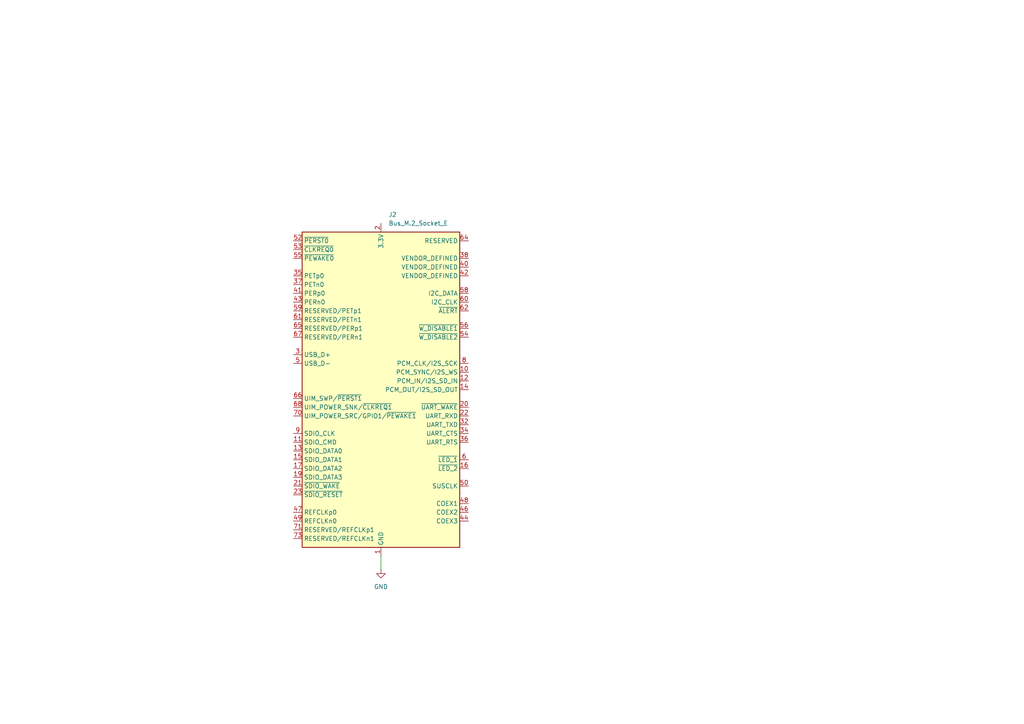
<source format=kicad_sch>
(kicad_sch
	(version 20231120)
	(generator "eeschema")
	(generator_version "8.0")
	(uuid "3e0368a4-351f-4498-aa24-5775c6f95a23")
	(paper "A4")
	(lib_symbols
		(symbol "Connector:Bus_M.2_Socket_E"
			(exclude_from_sim no)
			(in_bom yes)
			(on_board yes)
			(property "Reference" "J"
				(at -22.86 46.99 0)
				(effects
					(font
						(size 1.27 1.27)
					)
					(justify left)
				)
			)
			(property "Value" "Bus_M.2_Socket_E"
				(at 16.51 46.99 0)
				(effects
					(font
						(size 1.27 1.27)
					)
				)
			)
			(property "Footprint" ""
				(at 0 26.67 0)
				(effects
					(font
						(size 1.27 1.27)
					)
					(hide yes)
				)
			)
			(property "Datasheet" "https://web.archive.org/web/20200613074028/http://read.pudn.com/downloads794/doc/project/3133918/PCIe_M.2_Electromechanical_Spec_Rev1.0_Final_11012013_RS_Clean.pdf#page=150"
				(at 0 12.7 0)
				(effects
					(font
						(size 1.27 1.27)
					)
					(hide yes)
				)
			)
			(property "Description" "M.2 Socket 1-SD Mechanical Key E"
				(at 0 0 0)
				(effects
					(font
						(size 1.27 1.27)
					)
					(hide yes)
				)
			)
			(property "ki_keywords" "M2 NGNF PCI-E"
				(at 0 0 0)
				(effects
					(font
						(size 1.27 1.27)
					)
					(hide yes)
				)
			)
			(property "ki_fp_filters" "*M*2*E*"
				(at 0 0 0)
				(effects
					(font
						(size 1.27 1.27)
					)
					(hide yes)
				)
			)
			(symbol "Bus_M.2_Socket_E_0_1"
				(rectangle
					(start -22.86 45.72)
					(end 22.86 -45.72)
					(stroke
						(width 0.254)
						(type default)
					)
					(fill
						(type background)
					)
				)
			)
			(symbol "Bus_M.2_Socket_E_1_1"
				(pin power_in line
					(at 0 -48.26 90)
					(length 2.54)
					(name "GND"
						(effects
							(font
								(size 1.27 1.27)
							)
						)
					)
					(number "1"
						(effects
							(font
								(size 1.27 1.27)
							)
						)
					)
				)
				(pin bidirectional line
					(at 25.4 5.08 180)
					(length 2.54)
					(name "PCM_SYNC/I2S_WS"
						(effects
							(font
								(size 1.27 1.27)
							)
						)
					)
					(number "10"
						(effects
							(font
								(size 1.27 1.27)
							)
						)
					)
				)
				(pin bidirectional line
					(at -25.4 -15.24 0)
					(length 2.54)
					(name "SDIO_CMD"
						(effects
							(font
								(size 1.27 1.27)
							)
						)
					)
					(number "11"
						(effects
							(font
								(size 1.27 1.27)
							)
						)
					)
				)
				(pin input line
					(at 25.4 2.54 180)
					(length 2.54)
					(name "PCM_IN/I2S_SD_IN"
						(effects
							(font
								(size 1.27 1.27)
							)
						)
					)
					(number "12"
						(effects
							(font
								(size 1.27 1.27)
							)
						)
					)
				)
				(pin bidirectional line
					(at -25.4 -17.78 0)
					(length 2.54)
					(name "SDIO_DATA0"
						(effects
							(font
								(size 1.27 1.27)
							)
						)
					)
					(number "13"
						(effects
							(font
								(size 1.27 1.27)
							)
						)
					)
				)
				(pin output line
					(at 25.4 0 180)
					(length 2.54)
					(name "PCM_OUT/I2S_SD_OUT"
						(effects
							(font
								(size 1.27 1.27)
							)
						)
					)
					(number "14"
						(effects
							(font
								(size 1.27 1.27)
							)
						)
					)
				)
				(pin bidirectional line
					(at -25.4 -20.32 0)
					(length 2.54)
					(name "SDIO_DATA1"
						(effects
							(font
								(size 1.27 1.27)
							)
						)
					)
					(number "15"
						(effects
							(font
								(size 1.27 1.27)
							)
						)
					)
				)
				(pin open_collector line
					(at 25.4 -22.86 180)
					(length 2.54)
					(name "~{LED_2}"
						(effects
							(font
								(size 1.27 1.27)
							)
						)
					)
					(number "16"
						(effects
							(font
								(size 1.27 1.27)
							)
						)
					)
				)
				(pin bidirectional line
					(at -25.4 -22.86 0)
					(length 2.54)
					(name "SDIO_DATA2"
						(effects
							(font
								(size 1.27 1.27)
							)
						)
					)
					(number "17"
						(effects
							(font
								(size 1.27 1.27)
							)
						)
					)
				)
				(pin passive line
					(at 0 -48.26 90)
					(length 2.54) hide
					(name "GND"
						(effects
							(font
								(size 1.27 1.27)
							)
						)
					)
					(number "18"
						(effects
							(font
								(size 1.27 1.27)
							)
						)
					)
				)
				(pin bidirectional line
					(at -25.4 -25.4 0)
					(length 2.54)
					(name "SDIO_DATA3"
						(effects
							(font
								(size 1.27 1.27)
							)
						)
					)
					(number "19"
						(effects
							(font
								(size 1.27 1.27)
							)
						)
					)
				)
				(pin power_in line
					(at 0 48.26 270)
					(length 2.54)
					(name "3.3V"
						(effects
							(font
								(size 1.27 1.27)
							)
						)
					)
					(number "2"
						(effects
							(font
								(size 1.27 1.27)
							)
						)
					)
				)
				(pin input line
					(at 25.4 -5.08 180)
					(length 2.54)
					(name "~{UART_WAKE}"
						(effects
							(font
								(size 1.27 1.27)
							)
						)
					)
					(number "20"
						(effects
							(font
								(size 1.27 1.27)
							)
						)
					)
				)
				(pin input line
					(at -25.4 -27.94 0)
					(length 2.54)
					(name "~{SDIO_WAKE}"
						(effects
							(font
								(size 1.27 1.27)
							)
						)
					)
					(number "21"
						(effects
							(font
								(size 1.27 1.27)
							)
						)
					)
				)
				(pin input line
					(at 25.4 -7.62 180)
					(length 2.54)
					(name "UART_RXD"
						(effects
							(font
								(size 1.27 1.27)
							)
						)
					)
					(number "22"
						(effects
							(font
								(size 1.27 1.27)
							)
						)
					)
				)
				(pin output line
					(at -25.4 -30.48 0)
					(length 2.54)
					(name "~{SDIO_RESET}"
						(effects
							(font
								(size 1.27 1.27)
							)
						)
					)
					(number "23"
						(effects
							(font
								(size 1.27 1.27)
							)
						)
					)
				)
				(pin bidirectional line
					(at -25.4 10.16 0)
					(length 2.54)
					(name "USB_D+"
						(effects
							(font
								(size 1.27 1.27)
							)
						)
					)
					(number "3"
						(effects
							(font
								(size 1.27 1.27)
							)
						)
					)
				)
				(pin output line
					(at 25.4 -10.16 180)
					(length 2.54)
					(name "UART_TXD"
						(effects
							(font
								(size 1.27 1.27)
							)
						)
					)
					(number "32"
						(effects
							(font
								(size 1.27 1.27)
							)
						)
					)
				)
				(pin passive line
					(at 0 -48.26 90)
					(length 2.54) hide
					(name "GND"
						(effects
							(font
								(size 1.27 1.27)
							)
						)
					)
					(number "33"
						(effects
							(font
								(size 1.27 1.27)
							)
						)
					)
				)
				(pin input line
					(at 25.4 -12.7 180)
					(length 2.54)
					(name "UART_CTS"
						(effects
							(font
								(size 1.27 1.27)
							)
						)
					)
					(number "34"
						(effects
							(font
								(size 1.27 1.27)
							)
						)
					)
				)
				(pin output line
					(at -25.4 33.02 0)
					(length 2.54)
					(name "PETp0"
						(effects
							(font
								(size 1.27 1.27)
							)
						)
					)
					(number "35"
						(effects
							(font
								(size 1.27 1.27)
							)
						)
					)
				)
				(pin output line
					(at 25.4 -15.24 180)
					(length 2.54)
					(name "UART_RTS"
						(effects
							(font
								(size 1.27 1.27)
							)
						)
					)
					(number "36"
						(effects
							(font
								(size 1.27 1.27)
							)
						)
					)
				)
				(pin output line
					(at -25.4 30.48 0)
					(length 2.54)
					(name "PETn0"
						(effects
							(font
								(size 1.27 1.27)
							)
						)
					)
					(number "37"
						(effects
							(font
								(size 1.27 1.27)
							)
						)
					)
				)
				(pin passive line
					(at 25.4 38.1 180)
					(length 2.54)
					(name "VENDOR_DEFINED"
						(effects
							(font
								(size 1.27 1.27)
							)
						)
					)
					(number "38"
						(effects
							(font
								(size 1.27 1.27)
							)
						)
					)
				)
				(pin passive line
					(at 0 -48.26 90)
					(length 2.54) hide
					(name "GND"
						(effects
							(font
								(size 1.27 1.27)
							)
						)
					)
					(number "39"
						(effects
							(font
								(size 1.27 1.27)
							)
						)
					)
				)
				(pin passive line
					(at 0 48.26 270)
					(length 2.54) hide
					(name "3.3V"
						(effects
							(font
								(size 1.27 1.27)
							)
						)
					)
					(number "4"
						(effects
							(font
								(size 1.27 1.27)
							)
						)
					)
				)
				(pin passive line
					(at 25.4 35.56 180)
					(length 2.54)
					(name "VENDOR_DEFINED"
						(effects
							(font
								(size 1.27 1.27)
							)
						)
					)
					(number "40"
						(effects
							(font
								(size 1.27 1.27)
							)
						)
					)
				)
				(pin input line
					(at -25.4 27.94 0)
					(length 2.54)
					(name "PERp0"
						(effects
							(font
								(size 1.27 1.27)
							)
						)
					)
					(number "41"
						(effects
							(font
								(size 1.27 1.27)
							)
						)
					)
				)
				(pin passive line
					(at 25.4 33.02 180)
					(length 2.54)
					(name "VENDOR_DEFINED"
						(effects
							(font
								(size 1.27 1.27)
							)
						)
					)
					(number "42"
						(effects
							(font
								(size 1.27 1.27)
							)
						)
					)
				)
				(pin input line
					(at -25.4 25.4 0)
					(length 2.54)
					(name "PERn0"
						(effects
							(font
								(size 1.27 1.27)
							)
						)
					)
					(number "43"
						(effects
							(font
								(size 1.27 1.27)
							)
						)
					)
				)
				(pin bidirectional line
					(at 25.4 -38.1 180)
					(length 2.54)
					(name "COEX3"
						(effects
							(font
								(size 1.27 1.27)
							)
						)
					)
					(number "44"
						(effects
							(font
								(size 1.27 1.27)
							)
						)
					)
				)
				(pin passive line
					(at 0 -48.26 90)
					(length 2.54) hide
					(name "GND"
						(effects
							(font
								(size 1.27 1.27)
							)
						)
					)
					(number "45"
						(effects
							(font
								(size 1.27 1.27)
							)
						)
					)
				)
				(pin bidirectional line
					(at 25.4 -35.56 180)
					(length 2.54)
					(name "COEX2"
						(effects
							(font
								(size 1.27 1.27)
							)
						)
					)
					(number "46"
						(effects
							(font
								(size 1.27 1.27)
							)
						)
					)
				)
				(pin output line
					(at -25.4 -35.56 0)
					(length 2.54)
					(name "REFCLKp0"
						(effects
							(font
								(size 1.27 1.27)
							)
						)
					)
					(number "47"
						(effects
							(font
								(size 1.27 1.27)
							)
						)
					)
				)
				(pin bidirectional line
					(at 25.4 -33.02 180)
					(length 2.54)
					(name "COEX1"
						(effects
							(font
								(size 1.27 1.27)
							)
						)
					)
					(number "48"
						(effects
							(font
								(size 1.27 1.27)
							)
						)
					)
				)
				(pin output line
					(at -25.4 -38.1 0)
					(length 2.54)
					(name "REFCLKn0"
						(effects
							(font
								(size 1.27 1.27)
							)
						)
					)
					(number "49"
						(effects
							(font
								(size 1.27 1.27)
							)
						)
					)
				)
				(pin bidirectional line
					(at -25.4 7.62 0)
					(length 2.54)
					(name "USB_D-"
						(effects
							(font
								(size 1.27 1.27)
							)
						)
					)
					(number "5"
						(effects
							(font
								(size 1.27 1.27)
							)
						)
					)
				)
				(pin output line
					(at 25.4 -27.94 180)
					(length 2.54)
					(name "SUSCLK"
						(effects
							(font
								(size 1.27 1.27)
							)
						)
					)
					(number "50"
						(effects
							(font
								(size 1.27 1.27)
							)
						)
					)
				)
				(pin passive line
					(at 0 -48.26 90)
					(length 2.54) hide
					(name "GND"
						(effects
							(font
								(size 1.27 1.27)
							)
						)
					)
					(number "51"
						(effects
							(font
								(size 1.27 1.27)
							)
						)
					)
				)
				(pin output line
					(at -25.4 43.18 0)
					(length 2.54)
					(name "~{PERST0}"
						(effects
							(font
								(size 1.27 1.27)
							)
						)
					)
					(number "52"
						(effects
							(font
								(size 1.27 1.27)
							)
						)
					)
				)
				(pin bidirectional line
					(at -25.4 40.64 0)
					(length 2.54)
					(name "~{CLKREQ0}"
						(effects
							(font
								(size 1.27 1.27)
							)
						)
					)
					(number "53"
						(effects
							(font
								(size 1.27 1.27)
							)
						)
					)
				)
				(pin output line
					(at 25.4 15.24 180)
					(length 2.54)
					(name "~{W_DISABLE2}"
						(effects
							(font
								(size 1.27 1.27)
							)
						)
					)
					(number "54"
						(effects
							(font
								(size 1.27 1.27)
							)
						)
					)
				)
				(pin bidirectional line
					(at -25.4 38.1 0)
					(length 2.54)
					(name "~{PEWAKE0}"
						(effects
							(font
								(size 1.27 1.27)
							)
						)
					)
					(number "55"
						(effects
							(font
								(size 1.27 1.27)
							)
						)
					)
				)
				(pin output line
					(at 25.4 17.78 180)
					(length 2.54)
					(name "~{W_DISABLE1}"
						(effects
							(font
								(size 1.27 1.27)
							)
						)
					)
					(number "56"
						(effects
							(font
								(size 1.27 1.27)
							)
						)
					)
				)
				(pin passive line
					(at 0 -48.26 90)
					(length 2.54) hide
					(name "GND"
						(effects
							(font
								(size 1.27 1.27)
							)
						)
					)
					(number "57"
						(effects
							(font
								(size 1.27 1.27)
							)
						)
					)
				)
				(pin bidirectional line
					(at 25.4 27.94 180)
					(length 2.54)
					(name "I2C_DATA"
						(effects
							(font
								(size 1.27 1.27)
							)
						)
					)
					(number "58"
						(effects
							(font
								(size 1.27 1.27)
							)
						)
					)
				)
				(pin output line
					(at -25.4 22.86 0)
					(length 2.54)
					(name "RESERVED/PETp1"
						(effects
							(font
								(size 1.27 1.27)
							)
						)
					)
					(number "59"
						(effects
							(font
								(size 1.27 1.27)
							)
						)
					)
				)
				(pin open_collector line
					(at 25.4 -20.32 180)
					(length 2.54)
					(name "~{LED_1}"
						(effects
							(font
								(size 1.27 1.27)
							)
						)
					)
					(number "6"
						(effects
							(font
								(size 1.27 1.27)
							)
						)
					)
				)
				(pin output line
					(at 25.4 25.4 180)
					(length 2.54)
					(name "I2C_CLK"
						(effects
							(font
								(size 1.27 1.27)
							)
						)
					)
					(number "60"
						(effects
							(font
								(size 1.27 1.27)
							)
						)
					)
				)
				(pin output line
					(at -25.4 20.32 0)
					(length 2.54)
					(name "RESERVED/PETn1"
						(effects
							(font
								(size 1.27 1.27)
							)
						)
					)
					(number "61"
						(effects
							(font
								(size 1.27 1.27)
							)
						)
					)
				)
				(pin input line
					(at 25.4 22.86 180)
					(length 2.54)
					(name "~{ALERT}"
						(effects
							(font
								(size 1.27 1.27)
							)
						)
					)
					(number "62"
						(effects
							(font
								(size 1.27 1.27)
							)
						)
					)
				)
				(pin passive line
					(at 0 -48.26 90)
					(length 2.54) hide
					(name "GND"
						(effects
							(font
								(size 1.27 1.27)
							)
						)
					)
					(number "63"
						(effects
							(font
								(size 1.27 1.27)
							)
						)
					)
				)
				(pin passive line
					(at 25.4 43.18 180)
					(length 2.54)
					(name "RESERVED"
						(effects
							(font
								(size 1.27 1.27)
							)
						)
					)
					(number "64"
						(effects
							(font
								(size 1.27 1.27)
							)
						)
					)
				)
				(pin input line
					(at -25.4 17.78 0)
					(length 2.54)
					(name "RESERVED/PERp1"
						(effects
							(font
								(size 1.27 1.27)
							)
						)
					)
					(number "65"
						(effects
							(font
								(size 1.27 1.27)
							)
						)
					)
				)
				(pin output line
					(at -25.4 -2.54 0)
					(length 2.54)
					(name "UIM_SWP/~{PERST1}"
						(effects
							(font
								(size 1.27 1.27)
							)
						)
					)
					(number "66"
						(effects
							(font
								(size 1.27 1.27)
							)
						)
					)
				)
				(pin input line
					(at -25.4 15.24 0)
					(length 2.54)
					(name "RESERVED/PERn1"
						(effects
							(font
								(size 1.27 1.27)
							)
						)
					)
					(number "67"
						(effects
							(font
								(size 1.27 1.27)
							)
						)
					)
				)
				(pin bidirectional line
					(at -25.4 -5.08 0)
					(length 2.54)
					(name "UIM_POWER_SNK/~{CLKREQ1}"
						(effects
							(font
								(size 1.27 1.27)
							)
						)
					)
					(number "68"
						(effects
							(font
								(size 1.27 1.27)
							)
						)
					)
				)
				(pin passive line
					(at 0 -48.26 90)
					(length 2.54) hide
					(name "GND"
						(effects
							(font
								(size 1.27 1.27)
							)
						)
					)
					(number "69"
						(effects
							(font
								(size 1.27 1.27)
							)
						)
					)
				)
				(pin passive line
					(at 0 -48.26 90)
					(length 2.54) hide
					(name "GND"
						(effects
							(font
								(size 1.27 1.27)
							)
						)
					)
					(number "7"
						(effects
							(font
								(size 1.27 1.27)
							)
						)
					)
				)
				(pin bidirectional line
					(at -25.4 -7.62 0)
					(length 2.54)
					(name "UIM_POWER_SRC/GPIO1/~{PEWAKE1}"
						(effects
							(font
								(size 1.27 1.27)
							)
						)
					)
					(number "70"
						(effects
							(font
								(size 1.27 1.27)
							)
						)
					)
				)
				(pin output line
					(at -25.4 -40.64 0)
					(length 2.54)
					(name "RESERVED/REFCLKp1"
						(effects
							(font
								(size 1.27 1.27)
							)
						)
					)
					(number "71"
						(effects
							(font
								(size 1.27 1.27)
							)
						)
					)
				)
				(pin passive line
					(at 0 48.26 270)
					(length 2.54) hide
					(name "3.3V"
						(effects
							(font
								(size 1.27 1.27)
							)
						)
					)
					(number "72"
						(effects
							(font
								(size 1.27 1.27)
							)
						)
					)
				)
				(pin output line
					(at -25.4 -43.18 0)
					(length 2.54)
					(name "RESERVED/REFCLKn1"
						(effects
							(font
								(size 1.27 1.27)
							)
						)
					)
					(number "73"
						(effects
							(font
								(size 1.27 1.27)
							)
						)
					)
				)
				(pin passive line
					(at 0 48.26 270)
					(length 2.54) hide
					(name "3.3V"
						(effects
							(font
								(size 1.27 1.27)
							)
						)
					)
					(number "74"
						(effects
							(font
								(size 1.27 1.27)
							)
						)
					)
				)
				(pin passive line
					(at 0 -48.26 90)
					(length 2.54) hide
					(name "GND"
						(effects
							(font
								(size 1.27 1.27)
							)
						)
					)
					(number "75"
						(effects
							(font
								(size 1.27 1.27)
							)
						)
					)
				)
				(pin bidirectional line
					(at 25.4 7.62 180)
					(length 2.54)
					(name "PCM_CLK/I2S_SCK"
						(effects
							(font
								(size 1.27 1.27)
							)
						)
					)
					(number "8"
						(effects
							(font
								(size 1.27 1.27)
							)
						)
					)
				)
				(pin output line
					(at -25.4 -12.7 0)
					(length 2.54)
					(name "SDIO_CLK"
						(effects
							(font
								(size 1.27 1.27)
							)
						)
					)
					(number "9"
						(effects
							(font
								(size 1.27 1.27)
							)
						)
					)
				)
			)
		)
		(symbol "power:GND"
			(power)
			(pin_numbers hide)
			(pin_names
				(offset 0) hide)
			(exclude_from_sim no)
			(in_bom yes)
			(on_board yes)
			(property "Reference" "#PWR"
				(at 0 -6.35 0)
				(effects
					(font
						(size 1.27 1.27)
					)
					(hide yes)
				)
			)
			(property "Value" "GND"
				(at 0 -3.81 0)
				(effects
					(font
						(size 1.27 1.27)
					)
				)
			)
			(property "Footprint" ""
				(at 0 0 0)
				(effects
					(font
						(size 1.27 1.27)
					)
					(hide yes)
				)
			)
			(property "Datasheet" ""
				(at 0 0 0)
				(effects
					(font
						(size 1.27 1.27)
					)
					(hide yes)
				)
			)
			(property "Description" "Power symbol creates a global label with name \"GND\" , ground"
				(at 0 0 0)
				(effects
					(font
						(size 1.27 1.27)
					)
					(hide yes)
				)
			)
			(property "ki_keywords" "global power"
				(at 0 0 0)
				(effects
					(font
						(size 1.27 1.27)
					)
					(hide yes)
				)
			)
			(symbol "GND_0_1"
				(polyline
					(pts
						(xy 0 0) (xy 0 -1.27) (xy 1.27 -1.27) (xy 0 -2.54) (xy -1.27 -1.27) (xy 0 -1.27)
					)
					(stroke
						(width 0)
						(type default)
					)
					(fill
						(type none)
					)
				)
			)
			(symbol "GND_1_1"
				(pin power_in line
					(at 0 0 270)
					(length 0)
					(name "~"
						(effects
							(font
								(size 1.27 1.27)
							)
						)
					)
					(number "1"
						(effects
							(font
								(size 1.27 1.27)
							)
						)
					)
				)
			)
		)
	)
	(wire
		(pts
			(xy 110.49 161.29) (xy 110.49 165.1)
		)
		(stroke
			(width 0)
			(type default)
		)
		(uuid "6414a3a4-7ef3-482a-8b9e-e80ad77d5943")
	)
	(symbol
		(lib_id "power:GND")
		(at 110.49 165.1 0)
		(unit 1)
		(exclude_from_sim no)
		(in_bom yes)
		(on_board yes)
		(dnp no)
		(fields_autoplaced yes)
		(uuid "17e9b2ce-5254-427c-b46a-6550da731365")
		(property "Reference" "#PWR03"
			(at 110.49 171.45 0)
			(effects
				(font
					(size 1.27 1.27)
				)
				(hide yes)
			)
		)
		(property "Value" "GND"
			(at 110.49 170.18 0)
			(effects
				(font
					(size 1.27 1.27)
				)
			)
		)
		(property "Footprint" ""
			(at 110.49 165.1 0)
			(effects
				(font
					(size 1.27 1.27)
				)
				(hide yes)
			)
		)
		(property "Datasheet" ""
			(at 110.49 165.1 0)
			(effects
				(font
					(size 1.27 1.27)
				)
				(hide yes)
			)
		)
		(property "Description" "Power symbol creates a global label with name \"GND\" , ground"
			(at 110.49 165.1 0)
			(effects
				(font
					(size 1.27 1.27)
				)
				(hide yes)
			)
		)
		(pin "1"
			(uuid "a35ecf05-dfb3-41b4-9700-9adfb775fdd7")
		)
		(instances
			(project ""
				(path "/1f1d514b-67fa-4200-8a91-3df4fa362116/f72ae011-b6fe-471b-aff8-6fec1b1b0cbf"
					(reference "#PWR03")
					(unit 1)
				)
			)
		)
	)
	(symbol
		(lib_id "Connector:Bus_M.2_Socket_E")
		(at 110.49 113.03 0)
		(unit 1)
		(exclude_from_sim no)
		(in_bom yes)
		(on_board yes)
		(dnp no)
		(fields_autoplaced yes)
		(uuid "37dfa5a3-5065-4345-9da2-0d49a8c3518d")
		(property "Reference" "J2"
			(at 112.6841 62.23 0)
			(effects
				(font
					(size 1.27 1.27)
				)
				(justify left)
			)
		)
		(property "Value" "Bus_M.2_Socket_E"
			(at 112.6841 64.77 0)
			(effects
				(font
					(size 1.27 1.27)
				)
				(justify left)
			)
		)
		(property "Footprint" ""
			(at 110.49 86.36 0)
			(effects
				(font
					(size 1.27 1.27)
				)
				(hide yes)
			)
		)
		(property "Datasheet" "https://web.archive.org/web/20200613074028/http://read.pudn.com/downloads794/doc/project/3133918/PCIe_M.2_Electromechanical_Spec_Rev1.0_Final_11012013_RS_Clean.pdf#page=150"
			(at 110.49 100.33 0)
			(effects
				(font
					(size 1.27 1.27)
				)
				(hide yes)
			)
		)
		(property "Description" "M.2 Socket 1-SD Mechanical Key E"
			(at 110.49 113.03 0)
			(effects
				(font
					(size 1.27 1.27)
				)
				(hide yes)
			)
		)
		(pin "32"
			(uuid "b5f599b0-a268-4675-8244-08bfac5772b0")
		)
		(pin "48"
			(uuid "aa67fd66-f8db-4080-915c-48f7d5294926")
		)
		(pin "51"
			(uuid "af9ec9ab-6cc4-4694-8050-da47d37ecd62")
		)
		(pin "5"
			(uuid "4fd733ae-a3f7-406f-b520-8f1acf5a41f1")
		)
		(pin "36"
			(uuid "ea6a1c6f-22f3-4498-b8ca-5e75f18bedb3")
		)
		(pin "43"
			(uuid "6028f76e-b201-42f3-849d-0888a8d9151c")
		)
		(pin "55"
			(uuid "652d7015-8d2d-4064-8880-6790180ba9b7")
		)
		(pin "6"
			(uuid "4128ff29-d4c9-459c-bebf-d57d7fc3a0c9")
		)
		(pin "61"
			(uuid "449b6834-63b7-4929-bf29-2d238596d3dd")
		)
		(pin "64"
			(uuid "fd827971-3b33-445c-b49c-9406cc6d52a5")
		)
		(pin "66"
			(uuid "7ba23abc-07db-4c74-a59a-1de2c3704418")
		)
		(pin "68"
			(uuid "e7fe33ad-9ee1-43da-989c-d858238a6eda")
		)
		(pin "3"
			(uuid "89fdf23a-ba6f-4cc6-a638-2850b83688e2")
		)
		(pin "58"
			(uuid "27a405de-fcd2-4a50-9c13-6480c943a0cf")
		)
		(pin "33"
			(uuid "5e18b579-2b60-4964-98c2-99b0d82ca106")
		)
		(pin "62"
			(uuid "99025e21-3ca9-45e5-b135-17fd0fa422cf")
		)
		(pin "73"
			(uuid "2807398b-771c-425f-b0b8-ca1bd713a654")
		)
		(pin "18"
			(uuid "8b2dc259-2940-4432-8d85-8e89d527997a")
		)
		(pin "41"
			(uuid "a6f548b1-eea9-4362-8767-7cb7eda4b130")
		)
		(pin "15"
			(uuid "c42a9366-4dfe-42ec-8958-2527f6a01c89")
		)
		(pin "44"
			(uuid "caba3869-0a30-4aa7-a7c2-f927a55d1e42")
		)
		(pin "16"
			(uuid "592f2c40-c6e8-428c-a123-cc91fea99e65")
		)
		(pin "12"
			(uuid "39dc9e60-ab6f-4922-8e55-4e3d839c3b61")
		)
		(pin "21"
			(uuid "1dc3fb25-95a5-48e0-9f3a-deb2d21cc1eb")
		)
		(pin "39"
			(uuid "7d0cdfb5-349f-4f77-8720-8dd2a0759b1b")
		)
		(pin "14"
			(uuid "262f7fcf-4b61-4c4f-8851-9c66c7d4fe2d")
		)
		(pin "22"
			(uuid "a0d649bc-502a-4692-bffe-1e84bec8e667")
		)
		(pin "19"
			(uuid "a2ea000a-15e4-486b-81d7-6c4a580fc95c")
		)
		(pin "37"
			(uuid "45c9ca85-7e5b-4175-b34a-6f8283585f8e")
		)
		(pin "4"
			(uuid "42615aa9-e10a-4a16-8126-d7356e5c6487")
		)
		(pin "40"
			(uuid "a2afe1b2-592f-4271-805a-a252c2705a16")
		)
		(pin "38"
			(uuid "54152c59-fe8e-4728-ac5c-87932a1368c9")
		)
		(pin "42"
			(uuid "9b3a4bd0-4461-4841-a152-8cdcdd3af064")
		)
		(pin "49"
			(uuid "50c21b50-bb72-4f61-98a7-2475e3ca57ee")
		)
		(pin "13"
			(uuid "70b5a134-4066-4cf7-8f1b-3b9000d392bd")
		)
		(pin "17"
			(uuid "31595655-779e-4c7a-b3f3-c4d7b28ad107")
		)
		(pin "23"
			(uuid "6ecc9791-c429-43c9-a0cd-d453d54c3c34")
		)
		(pin "10"
			(uuid "47cf1584-913f-4c23-b62e-0b5ecc65ba2d")
		)
		(pin "1"
			(uuid "e557eb8b-0040-483b-95a8-b6830760b53a")
		)
		(pin "11"
			(uuid "91c5e444-de0f-4d25-b759-81d26b286629")
		)
		(pin "34"
			(uuid "6e50061c-753b-4a00-b36b-227bd2d77417")
		)
		(pin "35"
			(uuid "73654d40-359f-4dd1-9875-36382a39148e")
		)
		(pin "56"
			(uuid "fcf36b61-c1eb-4e04-9644-a8cd7a6f0975")
		)
		(pin "20"
			(uuid "c121cf98-ae0b-4c5a-91bb-9370bd7379d4")
		)
		(pin "45"
			(uuid "4336cc6c-d0fe-4559-96bd-2bf430a7e584")
		)
		(pin "46"
			(uuid "132c8b8a-4370-4f6b-8178-56e8b7eda005")
		)
		(pin "2"
			(uuid "ebdcdb2b-ea11-448b-9b21-9811e666fe85")
		)
		(pin "47"
			(uuid "7fd47ba5-fdcc-4a20-b01c-1297b7bc962f")
		)
		(pin "50"
			(uuid "46e2f71b-d0e3-4e6e-a28c-21cb11d8db09")
		)
		(pin "52"
			(uuid "0ee75b2e-e9cd-4515-aeb5-d663b2fa3fc6")
		)
		(pin "54"
			(uuid "3b22def3-87be-40f5-9f48-e0a84d756cda")
		)
		(pin "57"
			(uuid "64ca9d6e-c299-42c6-b4f5-69dae5705164")
		)
		(pin "53"
			(uuid "61d3bcd6-cea2-40f3-bb9d-196631194bcb")
		)
		(pin "59"
			(uuid "a5c292f4-37c9-49cf-b2d3-28eecb2f3d49")
		)
		(pin "60"
			(uuid "1d4264d5-6ae9-4d64-8ab2-d5dc6f34b4ff")
		)
		(pin "63"
			(uuid "73a4c719-ad60-47a6-98fb-6f300d148764")
		)
		(pin "65"
			(uuid "85f7c963-89c8-4812-9630-799257f24b9d")
		)
		(pin "67"
			(uuid "1c7ec3bf-e79c-483d-a71b-b892a8af09b3")
		)
		(pin "69"
			(uuid "7ac83a4d-1049-49e3-a74e-fdc1183df34e")
		)
		(pin "7"
			(uuid "9997afec-de30-468a-b6d2-ef1b5b4aa062")
		)
		(pin "70"
			(uuid "4819563c-6493-43a1-8c27-0ce3242c9fcd")
		)
		(pin "71"
			(uuid "78beea62-aa1e-435f-a089-88a3e7eefd35")
		)
		(pin "72"
			(uuid "20822c31-c515-41c4-acf7-9a8f1fe019b4")
		)
		(pin "8"
			(uuid "0e2d3e8f-d6ef-4ad7-b2a4-e03157004ddf")
		)
		(pin "75"
			(uuid "65a79d48-4af4-4d63-abe8-e95c0a6a89fe")
		)
		(pin "74"
			(uuid "3042a192-79ce-4361-ac3c-40f4c290d64e")
		)
		(pin "9"
			(uuid "8478acd2-84fe-4a43-bd1e-da9cf5576620")
		)
		(instances
			(project ""
				(path "/1f1d514b-67fa-4200-8a91-3df4fa362116/f72ae011-b6fe-471b-aff8-6fec1b1b0cbf"
					(reference "J2")
					(unit 1)
				)
			)
		)
	)
)

</source>
